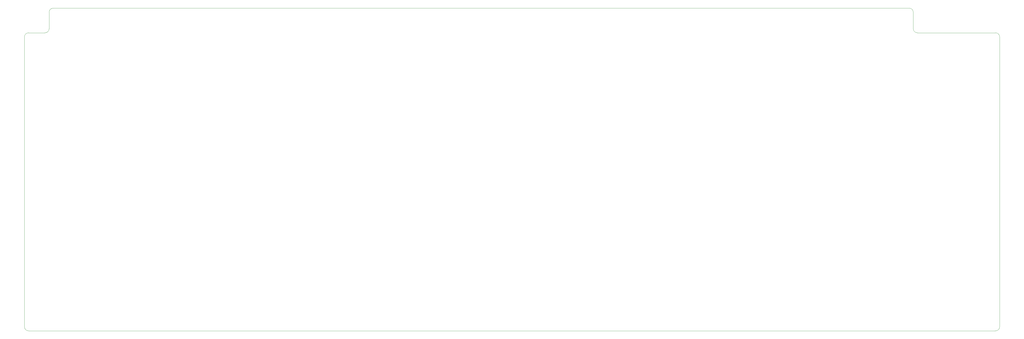
<source format=gbr>
G04 #@! TF.GenerationSoftware,KiCad,Pcbnew,(5.1.4)-1*
G04 #@! TF.CreationDate,2019-10-01T12:46:35+13:00*
G04 #@! TF.ProjectId,keyboard,6b657962-6f61-4726-942e-6b696361645f,rev?*
G04 #@! TF.SameCoordinates,Original*
G04 #@! TF.FileFunction,Profile,NP*
%FSLAX46Y46*%
G04 Gerber Fmt 4.6, Leading zero omitted, Abs format (unit mm)*
G04 Created by KiCad (PCBNEW (5.1.4)-1) date 2019-10-01 12:46:35*
%MOMM*%
%LPD*%
G04 APERTURE LIST*
%ADD10C,0.050000*%
G04 APERTURE END LIST*
D10*
X-25400000Y110331250D02*
X-25400000Y116681250D01*
X-33337500Y108743750D02*
X-26987500Y108743750D01*
X309562500Y108743750D02*
X339725000Y108743750D01*
X307975000Y116681250D02*
X307975000Y110331250D01*
X309562500Y108743750D02*
G75*
G02X307975000Y110331250I0J1587500D01*
G01*
X306387500Y118268750D02*
G75*
G02X307975000Y116681250I0J-1587500D01*
G01*
X-25400000Y110331250D02*
G75*
G02X-26987500Y108743750I-1587500J0D01*
G01*
X-25400000Y116681250D02*
G75*
G02X-23812500Y118268750I1587500J0D01*
G01*
X-23812500Y118268750D02*
X306387500Y118268750D01*
X-34925000Y107156250D02*
G75*
G02X-33337500Y108743750I1587500J0D01*
G01*
X-34925000Y-4762500D02*
X-34925000Y107156250D01*
X-33337500Y-6350000D02*
G75*
G02X-34925000Y-4762500I0J1587500D01*
G01*
X-33337500Y-6350000D02*
X339725000Y-6350000D01*
X341312500Y-4762500D02*
G75*
G02X339725000Y-6350000I-1587500J0D01*
G01*
X341312500Y107156250D02*
X341312500Y-4762500D01*
X339725000Y108743750D02*
G75*
G02X341312500Y107156250I0J-1587500D01*
G01*
M02*

</source>
